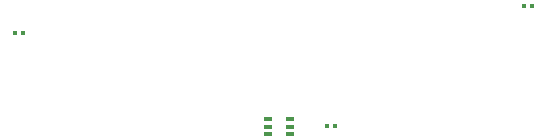
<source format=gbr>
%TF.GenerationSoftware,KiCad,Pcbnew,8.0.0*%
%TF.CreationDate,2024-03-29T22:46:43+01:00*%
%TF.ProjectId,carte_generale,63617274-655f-4676-956e-6572616c652e,Cyril_ Eliott*%
%TF.SameCoordinates,Original*%
%TF.FileFunction,Paste,Top*%
%TF.FilePolarity,Positive*%
%FSLAX46Y46*%
G04 Gerber Fmt 4.6, Leading zero omitted, Abs format (unit mm)*
G04 Created by KiCad (PCBNEW 8.0.0) date 2024-03-29 22:46:43*
%MOMM*%
%LPD*%
G01*
G04 APERTURE LIST*
G04 Aperture macros list*
%AMRoundRect*
0 Rectangle with rounded corners*
0 $1 Rounding radius*
0 $2 $3 $4 $5 $6 $7 $8 $9 X,Y pos of 4 corners*
0 Add a 4 corners polygon primitive as box body*
4,1,4,$2,$3,$4,$5,$6,$7,$8,$9,$2,$3,0*
0 Add four circle primitives for the rounded corners*
1,1,$1+$1,$2,$3*
1,1,$1+$1,$4,$5*
1,1,$1+$1,$6,$7*
1,1,$1+$1,$8,$9*
0 Add four rect primitives between the rounded corners*
20,1,$1+$1,$2,$3,$4,$5,0*
20,1,$1+$1,$4,$5,$6,$7,0*
20,1,$1+$1,$6,$7,$8,$9,0*
20,1,$1+$1,$8,$9,$2,$3,0*%
G04 Aperture macros list end*
%ADD10RoundRect,0.079500X0.079500X0.100500X-0.079500X0.100500X-0.079500X-0.100500X0.079500X-0.100500X0*%
%ADD11RoundRect,0.079500X-0.079500X-0.100500X0.079500X-0.100500X0.079500X0.100500X-0.079500X0.100500X0*%
%ADD12R,0.650000X0.400000*%
G04 APERTURE END LIST*
D10*
%TO.C,R2*%
X197739000Y-101346000D03*
X197049000Y-101346000D03*
%TD*%
D11*
%TO.C,R1*%
X223490000Y-109220000D03*
X224180000Y-109220000D03*
%TD*%
%TO.C,R3*%
X240155000Y-99000000D03*
X240845000Y-99000000D03*
%TD*%
D12*
%TO.C,U7*%
X218445000Y-108585000D03*
X218445000Y-109235000D03*
X218445000Y-109885000D03*
X220345000Y-109885000D03*
X220345000Y-109235000D03*
X220345000Y-108585000D03*
%TD*%
M02*

</source>
